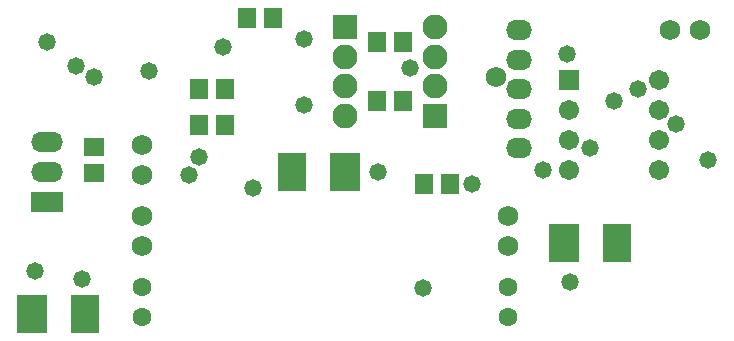
<source format=gbs>
G04*
G04 #@! TF.GenerationSoftware,Altium Limited,CircuitMaker,2.3.0 (2.3.0.3)*
G04*
G04 Layer_Color=8150272*
%FSLAX25Y25*%
%MOIN*%
G70*
G04*
G04 #@! TF.SameCoordinates,0492DEC5-DE9E-4361-A043-D8868978FAA7*
G04*
G04*
G04 #@! TF.FilePolarity,Negative*
G04*
G01*
G75*
%ADD33C,0.06800*%
%ADD34O,0.10642X0.06800*%
%ADD35R,0.10642X0.06800*%
%ADD36R,0.06706X0.06706*%
%ADD37C,0.06706*%
%ADD38O,0.08674X0.06706*%
%ADD39C,0.06312*%
%ADD40C,0.08300*%
%ADD41R,0.08300X0.08300*%
%ADD42C,0.05800*%
%ADD60R,0.07099X0.05918*%
%ADD61R,0.05918X0.07099*%
%ADD62R,0.09855X0.12808*%
%ADD63R,0.09461X0.12808*%
D33*
X358268Y287402D02*
D03*
X240157Y254843D02*
D03*
Y264843D02*
D03*
X426260Y303150D02*
D03*
X416260D02*
D03*
X362205Y241220D02*
D03*
Y231220D02*
D03*
X240157D02*
D03*
Y241220D02*
D03*
D34*
X208661Y265906D02*
D03*
Y255906D02*
D03*
D35*
Y245906D02*
D03*
D36*
X382638Y286654D02*
D03*
D37*
Y276654D02*
D03*
Y266654D02*
D03*
Y256654D02*
D03*
X412638Y286654D02*
D03*
Y276654D02*
D03*
Y266654D02*
D03*
Y256654D02*
D03*
D38*
X366142Y303150D02*
D03*
Y263780D02*
D03*
Y273622D02*
D03*
Y293307D02*
D03*
Y283465D02*
D03*
D39*
X362205Y217520D02*
D03*
Y207677D02*
D03*
X240157D02*
D03*
Y217520D02*
D03*
D40*
X307835Y274528D02*
D03*
Y284528D02*
D03*
X337835D02*
D03*
Y304213D02*
D03*
Y294213D02*
D03*
X307835D02*
D03*
D41*
X337835Y274528D02*
D03*
X307835Y304213D02*
D03*
D42*
X389764Y263779D02*
D03*
X334050Y217250D02*
D03*
X418376Y272005D02*
D03*
X429134Y259842D02*
D03*
X397638Y279528D02*
D03*
X405512Y283465D02*
D03*
X374016Y256654D02*
D03*
X381890Y295276D02*
D03*
X318898Y255906D02*
D03*
X208662Y299213D02*
D03*
X218300Y291200D02*
D03*
X204724Y222961D02*
D03*
X294200Y278100D02*
D03*
Y300200D02*
D03*
X220472Y220072D02*
D03*
X350431Y251969D02*
D03*
X259449Y260900D02*
D03*
X383080Y219300D02*
D03*
X277400Y250400D02*
D03*
X267168Y297400D02*
D03*
X242700Y289400D02*
D03*
X256100Y254800D02*
D03*
X224409Y287409D02*
D03*
X329500Y290600D02*
D03*
D60*
X224409Y264173D02*
D03*
Y255512D02*
D03*
D61*
X259449Y271653D02*
D03*
X268110D02*
D03*
Y283465D02*
D03*
X259449D02*
D03*
X318504Y279528D02*
D03*
X327165D02*
D03*
X275197Y307087D02*
D03*
X283858D02*
D03*
X327165Y299213D02*
D03*
X318504D02*
D03*
X342913Y251969D02*
D03*
X334252D02*
D03*
D62*
X203740Y208661D02*
D03*
X380905Y232284D02*
D03*
X308071Y255906D02*
D03*
D63*
X221457Y208661D02*
D03*
X398622Y232284D02*
D03*
X290354Y255906D02*
D03*
M02*

</source>
